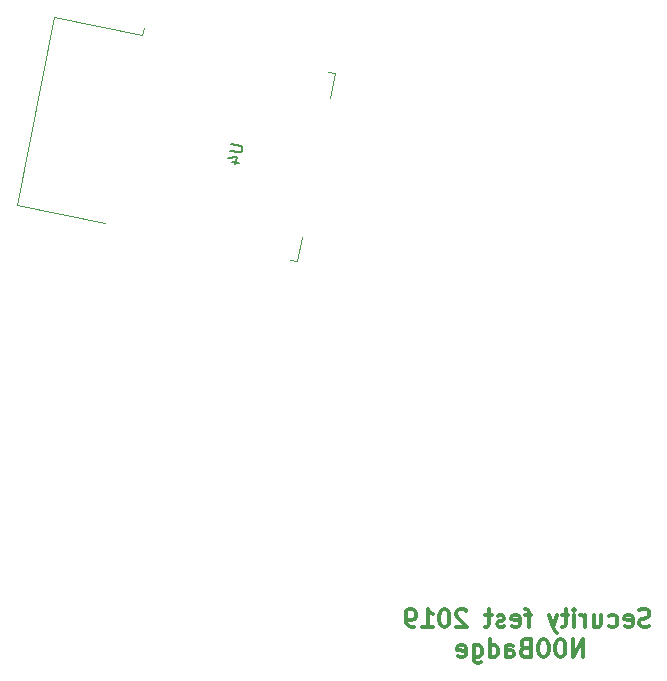
<source format=gbr>
G04 #@! TF.GenerationSoftware,KiCad,Pcbnew,(5.0.0-3-g5ebb6b6)*
G04 #@! TF.CreationDate,2019-01-31T17:24:29+01:00*
G04 #@! TF.ProjectId,Securityfest_2019_badge_beta,5365637572697479666573745F323031,rev?*
G04 #@! TF.SameCoordinates,Original*
G04 #@! TF.FileFunction,Legend,Bot*
G04 #@! TF.FilePolarity,Positive*
%FSLAX46Y46*%
G04 Gerber Fmt 4.6, Leading zero omitted, Abs format (unit mm)*
G04 Created by KiCad (PCBNEW (5.0.0-3-g5ebb6b6)) date 2019 January 31, Thursday 17:24:29*
%MOMM*%
%LPD*%
G01*
G04 APERTURE LIST*
%ADD10C,0.300000*%
%ADD11C,0.120000*%
%ADD12C,0.150000*%
G04 APERTURE END LIST*
D10*
X162022857Y-106012142D02*
X161808571Y-106083571D01*
X161451428Y-106083571D01*
X161308571Y-106012142D01*
X161237142Y-105940714D01*
X161165714Y-105797857D01*
X161165714Y-105655000D01*
X161237142Y-105512142D01*
X161308571Y-105440714D01*
X161451428Y-105369285D01*
X161737142Y-105297857D01*
X161880000Y-105226428D01*
X161951428Y-105155000D01*
X162022857Y-105012142D01*
X162022857Y-104869285D01*
X161951428Y-104726428D01*
X161880000Y-104655000D01*
X161737142Y-104583571D01*
X161380000Y-104583571D01*
X161165714Y-104655000D01*
X159951428Y-106012142D02*
X160094285Y-106083571D01*
X160380000Y-106083571D01*
X160522857Y-106012142D01*
X160594285Y-105869285D01*
X160594285Y-105297857D01*
X160522857Y-105155000D01*
X160380000Y-105083571D01*
X160094285Y-105083571D01*
X159951428Y-105155000D01*
X159880000Y-105297857D01*
X159880000Y-105440714D01*
X160594285Y-105583571D01*
X158594285Y-106012142D02*
X158737142Y-106083571D01*
X159022857Y-106083571D01*
X159165714Y-106012142D01*
X159237142Y-105940714D01*
X159308571Y-105797857D01*
X159308571Y-105369285D01*
X159237142Y-105226428D01*
X159165714Y-105155000D01*
X159022857Y-105083571D01*
X158737142Y-105083571D01*
X158594285Y-105155000D01*
X157308571Y-105083571D02*
X157308571Y-106083571D01*
X157951428Y-105083571D02*
X157951428Y-105869285D01*
X157880000Y-106012142D01*
X157737142Y-106083571D01*
X157522857Y-106083571D01*
X157380000Y-106012142D01*
X157308571Y-105940714D01*
X156594285Y-106083571D02*
X156594285Y-105083571D01*
X156594285Y-105369285D02*
X156522857Y-105226428D01*
X156451428Y-105155000D01*
X156308571Y-105083571D01*
X156165714Y-105083571D01*
X155665714Y-106083571D02*
X155665714Y-105083571D01*
X155665714Y-104583571D02*
X155737142Y-104655000D01*
X155665714Y-104726428D01*
X155594285Y-104655000D01*
X155665714Y-104583571D01*
X155665714Y-104726428D01*
X155165714Y-105083571D02*
X154594285Y-105083571D01*
X154951428Y-104583571D02*
X154951428Y-105869285D01*
X154880000Y-106012142D01*
X154737142Y-106083571D01*
X154594285Y-106083571D01*
X154237142Y-105083571D02*
X153880000Y-106083571D01*
X153522857Y-105083571D02*
X153880000Y-106083571D01*
X154022857Y-106440714D01*
X154094285Y-106512142D01*
X154237142Y-106583571D01*
X152022857Y-105083571D02*
X151451428Y-105083571D01*
X151808571Y-106083571D02*
X151808571Y-104797857D01*
X151737142Y-104655000D01*
X151594285Y-104583571D01*
X151451428Y-104583571D01*
X150380000Y-106012142D02*
X150522857Y-106083571D01*
X150808571Y-106083571D01*
X150951428Y-106012142D01*
X151022857Y-105869285D01*
X151022857Y-105297857D01*
X150951428Y-105155000D01*
X150808571Y-105083571D01*
X150522857Y-105083571D01*
X150380000Y-105155000D01*
X150308571Y-105297857D01*
X150308571Y-105440714D01*
X151022857Y-105583571D01*
X149737142Y-106012142D02*
X149594285Y-106083571D01*
X149308571Y-106083571D01*
X149165714Y-106012142D01*
X149094285Y-105869285D01*
X149094285Y-105797857D01*
X149165714Y-105655000D01*
X149308571Y-105583571D01*
X149522857Y-105583571D01*
X149665714Y-105512142D01*
X149737142Y-105369285D01*
X149737142Y-105297857D01*
X149665714Y-105155000D01*
X149522857Y-105083571D01*
X149308571Y-105083571D01*
X149165714Y-105155000D01*
X148665714Y-105083571D02*
X148094285Y-105083571D01*
X148451428Y-104583571D02*
X148451428Y-105869285D01*
X148380000Y-106012142D01*
X148237142Y-106083571D01*
X148094285Y-106083571D01*
X146522857Y-104726428D02*
X146451428Y-104655000D01*
X146308571Y-104583571D01*
X145951428Y-104583571D01*
X145808571Y-104655000D01*
X145737142Y-104726428D01*
X145665714Y-104869285D01*
X145665714Y-105012142D01*
X145737142Y-105226428D01*
X146594285Y-106083571D01*
X145665714Y-106083571D01*
X144737142Y-104583571D02*
X144594285Y-104583571D01*
X144451428Y-104655000D01*
X144380000Y-104726428D01*
X144308571Y-104869285D01*
X144237142Y-105155000D01*
X144237142Y-105512142D01*
X144308571Y-105797857D01*
X144380000Y-105940714D01*
X144451428Y-106012142D01*
X144594285Y-106083571D01*
X144737142Y-106083571D01*
X144880000Y-106012142D01*
X144951428Y-105940714D01*
X145022857Y-105797857D01*
X145094285Y-105512142D01*
X145094285Y-105155000D01*
X145022857Y-104869285D01*
X144951428Y-104726428D01*
X144880000Y-104655000D01*
X144737142Y-104583571D01*
X142808571Y-106083571D02*
X143665714Y-106083571D01*
X143237142Y-106083571D02*
X143237142Y-104583571D01*
X143380000Y-104797857D01*
X143522857Y-104940714D01*
X143665714Y-105012142D01*
X142094285Y-106083571D02*
X141808571Y-106083571D01*
X141665714Y-106012142D01*
X141594285Y-105940714D01*
X141451428Y-105726428D01*
X141380000Y-105440714D01*
X141380000Y-104869285D01*
X141451428Y-104726428D01*
X141522857Y-104655000D01*
X141665714Y-104583571D01*
X141951428Y-104583571D01*
X142094285Y-104655000D01*
X142165714Y-104726428D01*
X142237142Y-104869285D01*
X142237142Y-105226428D01*
X142165714Y-105369285D01*
X142094285Y-105440714D01*
X141951428Y-105512142D01*
X141665714Y-105512142D01*
X141522857Y-105440714D01*
X141451428Y-105369285D01*
X141380000Y-105226428D01*
X156415714Y-108633571D02*
X156415714Y-107133571D01*
X155558571Y-108633571D01*
X155558571Y-107133571D01*
X154558571Y-107133571D02*
X154415714Y-107133571D01*
X154272857Y-107205000D01*
X154201428Y-107276428D01*
X154130000Y-107419285D01*
X154058571Y-107705000D01*
X154058571Y-108062142D01*
X154130000Y-108347857D01*
X154201428Y-108490714D01*
X154272857Y-108562142D01*
X154415714Y-108633571D01*
X154558571Y-108633571D01*
X154701428Y-108562142D01*
X154772857Y-108490714D01*
X154844285Y-108347857D01*
X154915714Y-108062142D01*
X154915714Y-107705000D01*
X154844285Y-107419285D01*
X154772857Y-107276428D01*
X154701428Y-107205000D01*
X154558571Y-107133571D01*
X153130000Y-107133571D02*
X152987142Y-107133571D01*
X152844285Y-107205000D01*
X152772857Y-107276428D01*
X152701428Y-107419285D01*
X152630000Y-107705000D01*
X152630000Y-108062142D01*
X152701428Y-108347857D01*
X152772857Y-108490714D01*
X152844285Y-108562142D01*
X152987142Y-108633571D01*
X153130000Y-108633571D01*
X153272857Y-108562142D01*
X153344285Y-108490714D01*
X153415714Y-108347857D01*
X153487142Y-108062142D01*
X153487142Y-107705000D01*
X153415714Y-107419285D01*
X153344285Y-107276428D01*
X153272857Y-107205000D01*
X153130000Y-107133571D01*
X151487142Y-107847857D02*
X151272857Y-107919285D01*
X151201428Y-107990714D01*
X151130000Y-108133571D01*
X151130000Y-108347857D01*
X151201428Y-108490714D01*
X151272857Y-108562142D01*
X151415714Y-108633571D01*
X151987142Y-108633571D01*
X151987142Y-107133571D01*
X151487142Y-107133571D01*
X151344285Y-107205000D01*
X151272857Y-107276428D01*
X151201428Y-107419285D01*
X151201428Y-107562142D01*
X151272857Y-107705000D01*
X151344285Y-107776428D01*
X151487142Y-107847857D01*
X151987142Y-107847857D01*
X149844285Y-108633571D02*
X149844285Y-107847857D01*
X149915714Y-107705000D01*
X150058571Y-107633571D01*
X150344285Y-107633571D01*
X150487142Y-107705000D01*
X149844285Y-108562142D02*
X149987142Y-108633571D01*
X150344285Y-108633571D01*
X150487142Y-108562142D01*
X150558571Y-108419285D01*
X150558571Y-108276428D01*
X150487142Y-108133571D01*
X150344285Y-108062142D01*
X149987142Y-108062142D01*
X149844285Y-107990714D01*
X148487142Y-108633571D02*
X148487142Y-107133571D01*
X148487142Y-108562142D02*
X148630000Y-108633571D01*
X148915714Y-108633571D01*
X149058571Y-108562142D01*
X149130000Y-108490714D01*
X149201428Y-108347857D01*
X149201428Y-107919285D01*
X149130000Y-107776428D01*
X149058571Y-107705000D01*
X148915714Y-107633571D01*
X148630000Y-107633571D01*
X148487142Y-107705000D01*
X147130000Y-107633571D02*
X147130000Y-108847857D01*
X147201428Y-108990714D01*
X147272857Y-109062142D01*
X147415714Y-109133571D01*
X147630000Y-109133571D01*
X147772857Y-109062142D01*
X147130000Y-108562142D02*
X147272857Y-108633571D01*
X147558571Y-108633571D01*
X147701428Y-108562142D01*
X147772857Y-108490714D01*
X147844285Y-108347857D01*
X147844285Y-107919285D01*
X147772857Y-107776428D01*
X147701428Y-107705000D01*
X147558571Y-107633571D01*
X147272857Y-107633571D01*
X147130000Y-107705000D01*
X145844285Y-108562142D02*
X145987142Y-108633571D01*
X146272857Y-108633571D01*
X146415714Y-108562142D01*
X146487142Y-108419285D01*
X146487142Y-107847857D01*
X146415714Y-107705000D01*
X146272857Y-107633571D01*
X145987142Y-107633571D01*
X145844285Y-107705000D01*
X145772857Y-107847857D01*
X145772857Y-107990714D01*
X146487142Y-108133571D01*
D11*
G04 #@! TO.C,U4*
X111626033Y-54432542D02*
X108443868Y-70357724D01*
X108443868Y-70357724D02*
X115916151Y-71850833D01*
X131605986Y-74985972D02*
X132213967Y-75107458D01*
X132213967Y-75107458D02*
X132629373Y-73028555D01*
X134980727Y-61261179D02*
X135396132Y-59182276D01*
X135396132Y-59182276D02*
X134788151Y-59060790D01*
X119098317Y-55925651D02*
X111626033Y-54432542D01*
X119098317Y-55925651D02*
X119217844Y-55327476D01*
D12*
X126612289Y-65185561D02*
X127406119Y-65344184D01*
X127490181Y-65409541D01*
X127527546Y-65465568D01*
X127555580Y-65568291D01*
X127518257Y-65755074D01*
X127452900Y-65839135D01*
X127396873Y-65876501D01*
X127294150Y-65904535D01*
X126500319Y-65745912D01*
X126649906Y-66698450D02*
X127303649Y-66829081D01*
X126322993Y-66390324D02*
X127070085Y-66296806D01*
X126948786Y-66903853D01*
G04 #@! TD*
M02*

</source>
